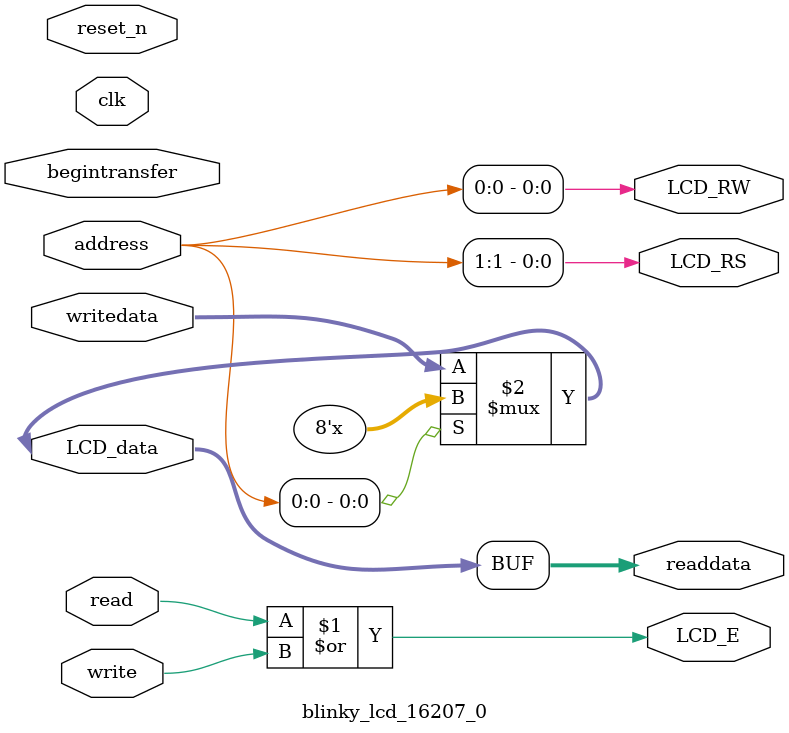
<source format=v>

`timescale 1ns / 1ps
// synthesis translate_on

// turn off superfluous verilog processor warnings 
// altera message_level Level1 
// altera message_off 10034 10035 10036 10037 10230 10240 10030 

module blinky_lcd_16207_0 (
                            // inputs:
                             address,
                             begintransfer,
                             clk,
                             read,
                             reset_n,
                             write,
                             writedata,

                            // outputs:
                             LCD_E,
                             LCD_RS,
                             LCD_RW,
                             LCD_data,
                             readdata
                          )
;

  output           LCD_E;
  output           LCD_RS;
  output           LCD_RW;
  inout   [  7: 0] LCD_data;
  output  [  7: 0] readdata;
  input   [  1: 0] address;
  input            begintransfer;
  input            clk;
  input            read;
  input            reset_n;
  input            write;
  input   [  7: 0] writedata;


wire             LCD_E;
wire             LCD_RS;
wire             LCD_RW;
wire    [  7: 0] LCD_data;
wire    [  7: 0] readdata;
  assign LCD_RW = address[0];
  assign LCD_RS = address[1];
  assign LCD_E = read | write;
  assign LCD_data = (address[0]) ? {8{1'bz}} : writedata;
  assign readdata = LCD_data;
  //control_slave, which is an e_avalon_slave

endmodule


</source>
